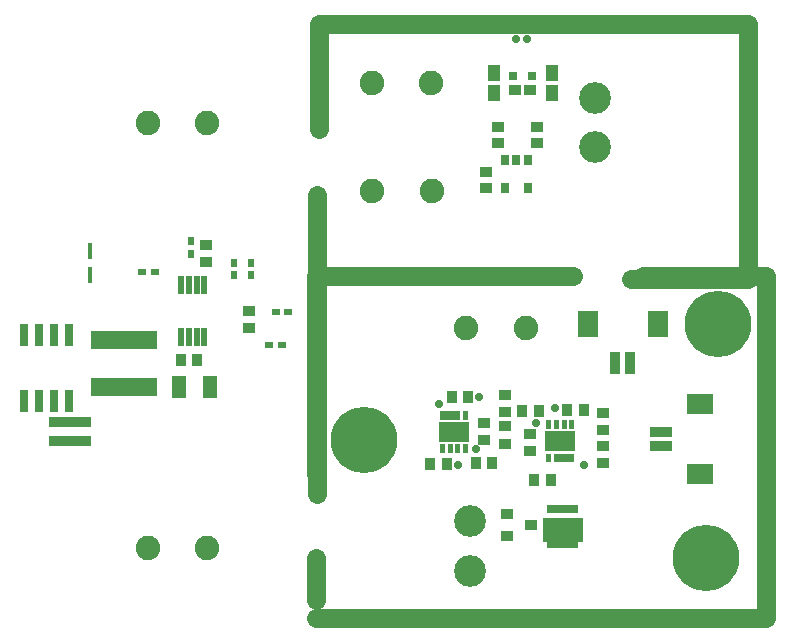
<source format=gts>
G04*
G04 #@! TF.GenerationSoftware,Altium Limited,Altium Designer,18.1.9 (240)*
G04*
G04 Layer_Color=8388736*
%FSLAX44Y44*%
%MOMM*%
G71*
G01*
G75*
%ADD19R,0.5588X0.6604*%
%ADD20R,0.6604X0.5588*%
%ADD21R,0.4572X1.3589*%
%ADD22R,3.6000X0.9056*%
%ADD41C,1.6000*%
%ADD52C,0.7270*%
%ADD53R,1.0270X1.3770*%
%ADD54R,1.0270X0.8770*%
%ADD55R,0.6770X0.6770*%
%ADD56R,1.0270X0.9270*%
%ADD57R,0.6770X0.9270*%
%ADD58R,5.6270X1.5570*%
%ADD59R,1.2270X1.8270*%
%ADD60R,0.7270X0.6270*%
%ADD61R,0.7770X1.8770*%
%ADD62R,0.5842X1.4986*%
%ADD63R,0.9270X1.0270*%
%ADD64R,0.6270X0.6870*%
%ADD65R,1.0270X0.8270*%
%ADD66R,0.8270X1.9270*%
%ADD67R,1.7270X2.3270*%
%ADD68R,1.9270X0.8270*%
%ADD69R,2.3270X1.7270*%
%ADD70R,1.0270X0.8270*%
%ADD71R,1.0270X0.9270*%
%ADD72R,0.4270X0.7270*%
%ADD73R,2.5270X1.7270*%
%ADD74R,1.7270X0.7270*%
%ADD75C,2.6924*%
%ADD76C,2.0770*%
%ADD77C,5.6270*%
G36*
X497099Y171597D02*
X492690D01*
Y178990D01*
X497099D01*
Y171597D01*
D02*
G37*
G36*
X490593Y171595D02*
X473190D01*
Y178990D01*
X490593D01*
Y171595D01*
D02*
G37*
G36*
X587105Y163826D02*
X582717D01*
Y171253D01*
X587105D01*
Y163826D01*
D02*
G37*
G36*
X580605D02*
X576207D01*
Y171257D01*
X580605D01*
Y163826D01*
D02*
G37*
G36*
X574105D02*
X569697D01*
Y171252D01*
X574105D01*
Y163826D01*
D02*
G37*
G36*
X567605D02*
X563203D01*
Y171229D01*
X567605D01*
Y163826D01*
D02*
G37*
G36*
X497092Y143587D02*
X492690D01*
Y150990D01*
X497092D01*
Y143587D01*
D02*
G37*
G36*
X490598Y143564D02*
X486190D01*
Y150990D01*
X490598D01*
Y143564D01*
D02*
G37*
G36*
X477578Y143563D02*
X473190D01*
Y150990D01*
X477578D01*
Y143563D01*
D02*
G37*
G36*
X484088Y143559D02*
X479690D01*
Y150990D01*
X484088D01*
Y143559D01*
D02*
G37*
G36*
X587105Y135826D02*
X569702D01*
Y143221D01*
X587105D01*
Y135826D01*
D02*
G37*
G36*
X567605D02*
X563196D01*
Y143218D01*
X567605D01*
Y135826D01*
D02*
G37*
G36*
X590050Y92480D02*
X583650D01*
Y99480D01*
X590050D01*
Y92480D01*
D02*
G37*
G36*
X583550D02*
X577150D01*
Y99480D01*
X583550D01*
Y92480D01*
D02*
G37*
G36*
X577050D02*
X570650D01*
Y99480D01*
X577050D01*
Y92480D01*
D02*
G37*
G36*
X570550D02*
X564150D01*
Y99480D01*
X570550D01*
Y92480D01*
D02*
G37*
G36*
X594118Y77724D02*
Y68072D01*
X590050D01*
Y63080D01*
X583650D01*
Y68072D01*
X583550D01*
Y63080D01*
X577150D01*
Y68072D01*
X577050D01*
Y63080D01*
X570650D01*
Y68072D01*
X570550D01*
Y63080D01*
X564150D01*
Y68072D01*
X560082D01*
Y74422D01*
Y88392D01*
X594118D01*
Y77724D01*
D02*
G37*
D19*
X298450Y293998D02*
D03*
Y304920D02*
D03*
X313342D02*
D03*
Y293998D02*
D03*
X262662Y323342D02*
D03*
Y312420D02*
D03*
D20*
X231674Y297180D02*
D03*
X220752D02*
D03*
X328653Y234950D02*
D03*
X339575D02*
D03*
D21*
X176530Y315023D02*
D03*
Y294576D02*
D03*
D22*
X160274Y169670D02*
D03*
Y153670D02*
D03*
D41*
X585470Y293370D02*
X375920Y293370D01*
X370840Y506730D02*
Y440690D01*
Y506730D02*
X734060D01*
Y290830D01*
X635000Y290830D02*
X734060D01*
X370840Y417830D02*
Y457200D01*
X368810Y109220D02*
X368810Y361950D01*
X368050Y19072D02*
Y54610D01*
X645160Y293370D02*
X749300D01*
X370840D02*
X563880D01*
X368300Y125730D02*
Y293370D01*
X749300Y3810D02*
Y293370D01*
X368300Y3810D02*
X749300D01*
D52*
X547303Y494030D02*
D03*
X537651D02*
D03*
X554905Y169090D02*
D03*
X595475Y133350D02*
D03*
X570695Y181620D02*
D03*
X472440Y185430D02*
D03*
X488540Y133350D02*
D03*
X506409Y191090D02*
D03*
X503960Y147060D02*
D03*
D53*
X567856Y448696D02*
D03*
Y465196D02*
D03*
X518756Y448696D02*
D03*
Y465196D02*
D03*
D54*
X549556Y450946D02*
D03*
X537056D02*
D03*
D55*
X551306Y462946D02*
D03*
X535306D02*
D03*
D56*
X554990Y419750D02*
D03*
Y405750D02*
D03*
X511810Y367650D02*
D03*
Y381650D02*
D03*
X521970Y419750D02*
D03*
Y405750D02*
D03*
X311150Y249540D02*
D03*
Y263540D02*
D03*
X275362Y305420D02*
D03*
Y319420D02*
D03*
X528320Y178430D02*
D03*
Y192430D02*
D03*
X549755Y159716D02*
D03*
Y145716D02*
D03*
D57*
X537870Y392046D02*
D03*
X547370D02*
D03*
X528370D02*
D03*
Y368046D02*
D03*
X547370D02*
D03*
D58*
X205740Y199390D02*
D03*
Y239790D02*
D03*
D59*
X251930Y199390D02*
D03*
X278930D02*
D03*
D60*
X334575Y262890D02*
D03*
X344575D02*
D03*
D61*
X120650Y187900D02*
D03*
X133350D02*
D03*
X146050D02*
D03*
X158750D02*
D03*
X120650Y243900D02*
D03*
X133350D02*
D03*
X146050D02*
D03*
X158750D02*
D03*
D62*
X254182Y242189D02*
D03*
X260682D02*
D03*
X267182D02*
D03*
X273682D02*
D03*
Y286131D02*
D03*
X267182D02*
D03*
X260682D02*
D03*
X254182D02*
D03*
D63*
X253835Y222250D02*
D03*
X267835D02*
D03*
X566915Y121186D02*
D03*
X552915D02*
D03*
X478980Y134590D02*
D03*
X464980D02*
D03*
X503440Y135210D02*
D03*
X517440D02*
D03*
X580929Y180226D02*
D03*
X594929D02*
D03*
X556855Y179606D02*
D03*
X542855D02*
D03*
X483220Y191090D02*
D03*
X497220D02*
D03*
D64*
X586850Y95980D02*
D03*
X580350D02*
D03*
X573850D02*
D03*
X567350D02*
D03*
Y66580D02*
D03*
X573850D02*
D03*
X580350D02*
D03*
X586850D02*
D03*
D65*
X530021Y92022D02*
D03*
Y73022D02*
D03*
X550275Y82572D02*
D03*
D66*
X634360Y219730D02*
D03*
X621860D02*
D03*
D67*
X657860Y252730D02*
D03*
X598360D02*
D03*
D68*
X660420Y149230D02*
D03*
Y161730D02*
D03*
D69*
X693420Y125730D02*
D03*
Y185230D02*
D03*
D70*
X528320Y151250D02*
D03*
Y166250D02*
D03*
X611275Y177982D02*
D03*
Y162982D02*
D03*
D71*
X611275Y149542D02*
D03*
Y135542D02*
D03*
X510540Y155100D02*
D03*
Y169100D02*
D03*
D72*
X565405Y139526D02*
D03*
Y167526D02*
D03*
X571905D02*
D03*
X578405D02*
D03*
X584905D02*
D03*
X494890Y175290D02*
D03*
Y147290D02*
D03*
X488390D02*
D03*
X481890D02*
D03*
X475390D02*
D03*
D73*
X575155Y153526D02*
D03*
X485140Y161290D02*
D03*
D74*
X578405Y139526D02*
D03*
X481890Y175290D02*
D03*
D75*
X604520Y444500D02*
D03*
Y402590D02*
D03*
X498800Y44175D02*
D03*
Y86085D02*
D03*
D76*
X466090Y365760D02*
D03*
X416090D02*
D03*
X465690Y457200D02*
D03*
X415690D02*
D03*
X225675Y63500D02*
D03*
X275675D02*
D03*
X225675Y422910D02*
D03*
X275675D02*
D03*
X545700Y249787D02*
D03*
X495700D02*
D03*
D77*
X408940Y155100D02*
D03*
X698500Y54610D02*
D03*
X708294Y252730D02*
D03*
M02*

</source>
